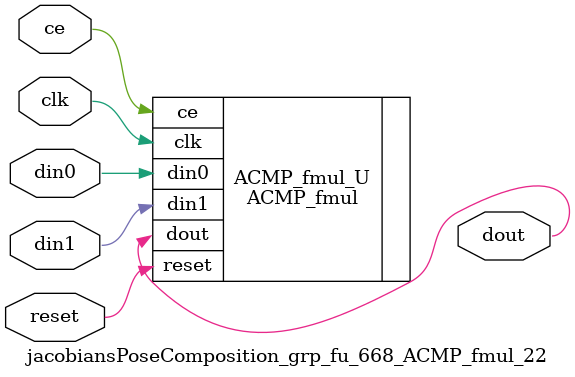
<source format=v>

`timescale 1 ns / 1 ps
module jacobiansPoseComposition_grp_fu_668_ACMP_fmul_22(
    clk,
    reset,
    ce,
    din0,
    din1,
    dout);

parameter ID = 32'd1;
parameter NUM_STAGE = 32'd1;
parameter din0_WIDTH = 32'd1;
parameter din1_WIDTH = 32'd1;
parameter dout_WIDTH = 32'd1;
input clk;
input reset;
input ce;
input[din0_WIDTH - 1:0] din0;
input[din1_WIDTH - 1:0] din1;
output[dout_WIDTH - 1:0] dout;



ACMP_fmul #(
.ID( ID ),
.NUM_STAGE( 4 ),
.din0_WIDTH( din0_WIDTH ),
.din1_WIDTH( din1_WIDTH ),
.dout_WIDTH( dout_WIDTH ))
ACMP_fmul_U(
    .clk( clk ),
    .reset( reset ),
    .ce( ce ),
    .din0( din0 ),
    .din1( din1 ),
    .dout( dout ));

endmodule

</source>
